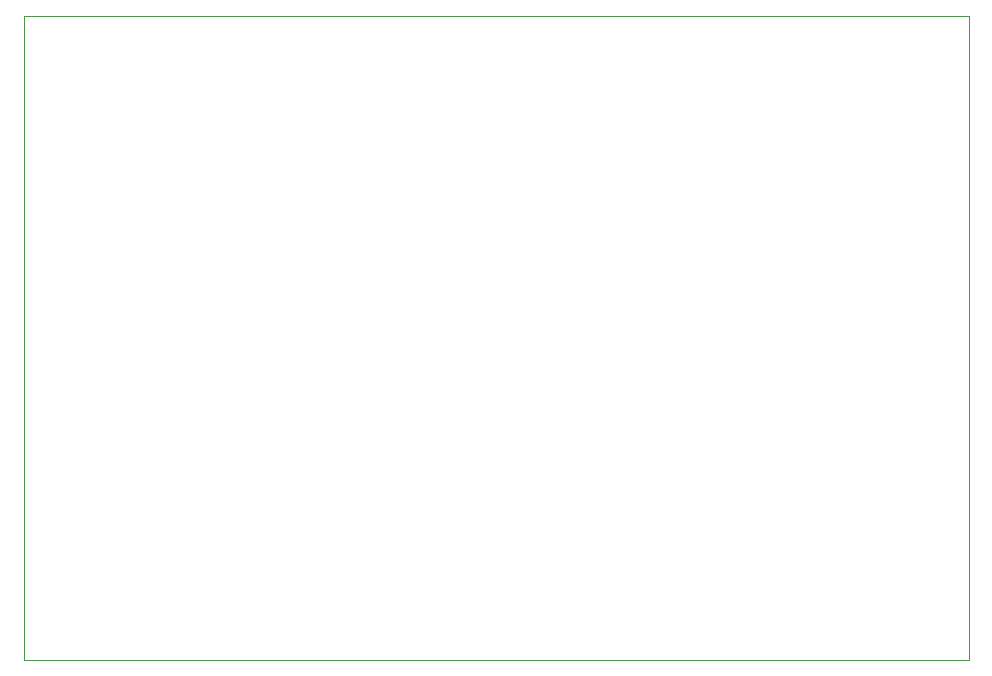
<source format=gbr>
%TF.GenerationSoftware,Altium Limited,Altium Designer,21.8.1 (53)*%
G04 Layer_Color=0*
%FSLAX43Y43*%
%MOMM*%
%TF.SameCoordinates,B73FB20E-E6E7-419C-BECD-306DA7CCED71*%
%TF.FilePolarity,Positive*%
%TF.FileFunction,Profile,NP*%
%TF.Part,Single*%
G01*
G75*
%TA.AperFunction,Profile*%
%ADD33C,0.025*%
D33*
X0Y0D02*
Y54500D01*
X80000D01*
Y0D01*
X0D01*
%TF.MD5,39b104723f04ac59cf18bba430eeff99*%
M02*

</source>
